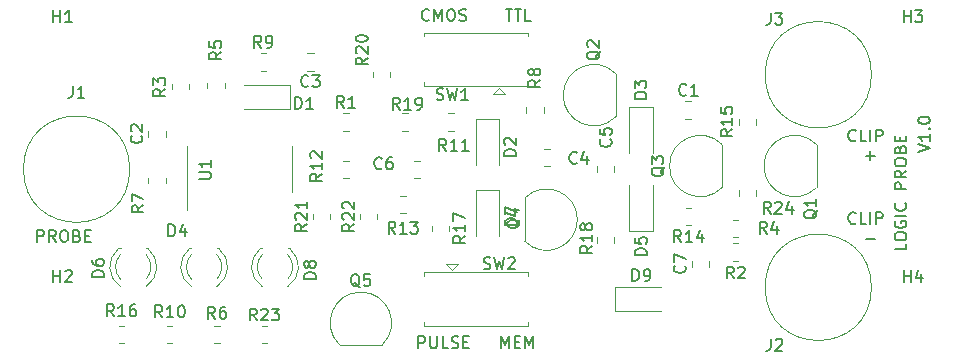
<source format=gbr>
%TF.GenerationSoftware,KiCad,Pcbnew,(6.99.0-143-g3f711b8958)*%
%TF.CreationDate,2021-12-29T15:34:20+01:00*%
%TF.ProjectId,Logic_Probe,4c6f6769-635f-4507-926f-62652e6b6963,rev?*%
%TF.SameCoordinates,Original*%
%TF.FileFunction,Legend,Top*%
%TF.FilePolarity,Positive*%
%FSLAX46Y46*%
G04 Gerber Fmt 4.6, Leading zero omitted, Abs format (unit mm)*
G04 Created by KiCad (PCBNEW (6.99.0-143-g3f711b8958)) date 2021-12-29 15:34:20*
%MOMM*%
%LPD*%
G01*
G04 APERTURE LIST*
%ADD10C,0.150000*%
%ADD11C,0.120000*%
G04 APERTURE END LIST*
D10*
X205142857Y-95154880D02*
X205142857Y-94154880D01*
X205523809Y-94154880D01*
X205619047Y-94202500D01*
X205666666Y-94250119D01*
X205714285Y-94345357D01*
X205714285Y-94488214D01*
X205666666Y-94583452D01*
X205619047Y-94631071D01*
X205523809Y-94678690D01*
X205142857Y-94678690D01*
X206142857Y-94154880D02*
X206142857Y-94964404D01*
X206190476Y-95059642D01*
X206238095Y-95107261D01*
X206333333Y-95154880D01*
X206523809Y-95154880D01*
X206619047Y-95107261D01*
X206666666Y-95059642D01*
X206714285Y-94964404D01*
X206714285Y-94154880D01*
X207666666Y-95154880D02*
X207190476Y-95154880D01*
X207190476Y-94154880D01*
X207952380Y-95107261D02*
X208095238Y-95154880D01*
X208333333Y-95154880D01*
X208428571Y-95107261D01*
X208476190Y-95059642D01*
X208523809Y-94964404D01*
X208523809Y-94869166D01*
X208476190Y-94773928D01*
X208428571Y-94726309D01*
X208333333Y-94678690D01*
X208142857Y-94631071D01*
X208047619Y-94583452D01*
X208000000Y-94535833D01*
X207952380Y-94440595D01*
X207952380Y-94345357D01*
X208000000Y-94250119D01*
X208047619Y-94202500D01*
X208142857Y-94154880D01*
X208380952Y-94154880D01*
X208523809Y-94202500D01*
X208952380Y-94631071D02*
X209285714Y-94631071D01*
X209428571Y-95154880D02*
X208952380Y-95154880D01*
X208952380Y-94154880D01*
X209428571Y-94154880D01*
X212142857Y-95154880D02*
X212142857Y-94154880D01*
X212476190Y-94869166D01*
X212809523Y-94154880D01*
X212809523Y-95154880D01*
X213285714Y-94631071D02*
X213619047Y-94631071D01*
X213761904Y-95154880D02*
X213285714Y-95154880D01*
X213285714Y-94154880D01*
X213761904Y-94154880D01*
X214190476Y-95154880D02*
X214190476Y-94154880D01*
X214523809Y-94869166D01*
X214857142Y-94154880D01*
X214857142Y-95154880D01*
X206047619Y-67357142D02*
X206000000Y-67404761D01*
X205857142Y-67452380D01*
X205761904Y-67452380D01*
X205619047Y-67404761D01*
X205523809Y-67309523D01*
X205476190Y-67214285D01*
X205428571Y-67023809D01*
X205428571Y-66880952D01*
X205476190Y-66690476D01*
X205523809Y-66595238D01*
X205619047Y-66500000D01*
X205761904Y-66452380D01*
X205857142Y-66452380D01*
X206000000Y-66500000D01*
X206047619Y-66547619D01*
X206476190Y-67452380D02*
X206476190Y-66452380D01*
X206809523Y-67166666D01*
X207142857Y-66452380D01*
X207142857Y-67452380D01*
X207809523Y-66452380D02*
X208000000Y-66452380D01*
X208095238Y-66500000D01*
X208190476Y-66595238D01*
X208238095Y-66785714D01*
X208238095Y-67119047D01*
X208190476Y-67309523D01*
X208095238Y-67404761D01*
X208000000Y-67452380D01*
X207809523Y-67452380D01*
X207714285Y-67404761D01*
X207619047Y-67309523D01*
X207571428Y-67119047D01*
X207571428Y-66785714D01*
X207619047Y-66595238D01*
X207714285Y-66500000D01*
X207809523Y-66452380D01*
X208619047Y-67404761D02*
X208761904Y-67452380D01*
X209000000Y-67452380D01*
X209095238Y-67404761D01*
X209142857Y-67357142D01*
X209190476Y-67261904D01*
X209190476Y-67166666D01*
X209142857Y-67071428D01*
X209095238Y-67023809D01*
X209000000Y-66976190D01*
X208809523Y-66928571D01*
X208714285Y-66880952D01*
X208666666Y-66833333D01*
X208619047Y-66738095D01*
X208619047Y-66642857D01*
X208666666Y-66547619D01*
X208714285Y-66500000D01*
X208809523Y-66452380D01*
X209047619Y-66452380D01*
X209190476Y-66500000D01*
X212523809Y-66452380D02*
X213095238Y-66452380D01*
X212809523Y-67452380D02*
X212809523Y-66452380D01*
X213285714Y-66452380D02*
X213857142Y-66452380D01*
X213571428Y-67452380D02*
X213571428Y-66452380D01*
X214666666Y-67452380D02*
X214190476Y-67452380D01*
X214190476Y-66452380D01*
X242166666Y-84552142D02*
X242119047Y-84599761D01*
X241976190Y-84647380D01*
X241880952Y-84647380D01*
X241738095Y-84599761D01*
X241642857Y-84504523D01*
X241595238Y-84409285D01*
X241547619Y-84218809D01*
X241547619Y-84075952D01*
X241595238Y-83885476D01*
X241642857Y-83790238D01*
X241738095Y-83695000D01*
X241880952Y-83647380D01*
X241976190Y-83647380D01*
X242119047Y-83695000D01*
X242166666Y-83742619D01*
X243071428Y-84647380D02*
X242595238Y-84647380D01*
X242595238Y-83647380D01*
X243404761Y-84647380D02*
X243404761Y-83647380D01*
X243880952Y-84647380D02*
X243880952Y-83647380D01*
X244261904Y-83647380D01*
X244357142Y-83695000D01*
X244404761Y-83742619D01*
X244452380Y-83837857D01*
X244452380Y-83980714D01*
X244404761Y-84075952D01*
X244357142Y-84123571D01*
X244261904Y-84171190D01*
X243880952Y-84171190D01*
X243000000Y-85876428D02*
X243761904Y-85876428D01*
X242166666Y-77552142D02*
X242119047Y-77599761D01*
X241976190Y-77647380D01*
X241880952Y-77647380D01*
X241738095Y-77599761D01*
X241642857Y-77504523D01*
X241595238Y-77409285D01*
X241547619Y-77218809D01*
X241547619Y-77075952D01*
X241595238Y-76885476D01*
X241642857Y-76790238D01*
X241738095Y-76695000D01*
X241880952Y-76647380D01*
X241976190Y-76647380D01*
X242119047Y-76695000D01*
X242166666Y-76742619D01*
X243071428Y-77647380D02*
X242595238Y-77647380D01*
X242595238Y-76647380D01*
X243404761Y-77647380D02*
X243404761Y-76647380D01*
X243880952Y-77647380D02*
X243880952Y-76647380D01*
X244261904Y-76647380D01*
X244357142Y-76695000D01*
X244404761Y-76742619D01*
X244452380Y-76837857D01*
X244452380Y-76980714D01*
X244404761Y-77075952D01*
X244357142Y-77123571D01*
X244261904Y-77171190D01*
X243880952Y-77171190D01*
X243000000Y-78876428D02*
X243761904Y-78876428D01*
X243380952Y-79257380D02*
X243380952Y-78495476D01*
X172861904Y-86152380D02*
X172861904Y-85152380D01*
X173242857Y-85152380D01*
X173338095Y-85200000D01*
X173385714Y-85247619D01*
X173433333Y-85342857D01*
X173433333Y-85485714D01*
X173385714Y-85580952D01*
X173338095Y-85628571D01*
X173242857Y-85676190D01*
X172861904Y-85676190D01*
X174433333Y-86152380D02*
X174100000Y-85676190D01*
X173861904Y-86152380D02*
X173861904Y-85152380D01*
X174242857Y-85152380D01*
X174338095Y-85200000D01*
X174385714Y-85247619D01*
X174433333Y-85342857D01*
X174433333Y-85485714D01*
X174385714Y-85580952D01*
X174338095Y-85628571D01*
X174242857Y-85676190D01*
X173861904Y-85676190D01*
X175052380Y-85152380D02*
X175242857Y-85152380D01*
X175338095Y-85200000D01*
X175433333Y-85295238D01*
X175480952Y-85485714D01*
X175480952Y-85819047D01*
X175433333Y-86009523D01*
X175338095Y-86104761D01*
X175242857Y-86152380D01*
X175052380Y-86152380D01*
X174957142Y-86104761D01*
X174861904Y-86009523D01*
X174814285Y-85819047D01*
X174814285Y-85485714D01*
X174861904Y-85295238D01*
X174957142Y-85200000D01*
X175052380Y-85152380D01*
X176242857Y-85628571D02*
X176385714Y-85676190D01*
X176433333Y-85723809D01*
X176480952Y-85819047D01*
X176480952Y-85961904D01*
X176433333Y-86057142D01*
X176385714Y-86104761D01*
X176290476Y-86152380D01*
X175909523Y-86152380D01*
X175909523Y-85152380D01*
X176242857Y-85152380D01*
X176338095Y-85200000D01*
X176385714Y-85247619D01*
X176433333Y-85342857D01*
X176433333Y-85438095D01*
X176385714Y-85533333D01*
X176338095Y-85580952D01*
X176242857Y-85628571D01*
X175909523Y-85628571D01*
X176909523Y-85628571D02*
X177242857Y-85628571D01*
X177385714Y-86152380D02*
X176909523Y-86152380D01*
X176909523Y-85152380D01*
X177385714Y-85152380D01*
X247452380Y-78523809D02*
X248452380Y-78190476D01*
X247452380Y-77857142D01*
X248452380Y-77000000D02*
X248452380Y-77571428D01*
X248452380Y-77285714D02*
X247452380Y-77285714D01*
X247595238Y-77380952D01*
X247690476Y-77476190D01*
X247738095Y-77571428D01*
X248357142Y-76571428D02*
X248404761Y-76523809D01*
X248452380Y-76571428D01*
X248404761Y-76619047D01*
X248357142Y-76571428D01*
X248452380Y-76571428D01*
X247452380Y-75904761D02*
X247452380Y-75809523D01*
X247500000Y-75714285D01*
X247547619Y-75666666D01*
X247642857Y-75619047D01*
X247833333Y-75571428D01*
X248071428Y-75571428D01*
X248261904Y-75619047D01*
X248357142Y-75666666D01*
X248404761Y-75714285D01*
X248452380Y-75809523D01*
X248452380Y-75904761D01*
X248404761Y-76000000D01*
X248357142Y-76047619D01*
X248261904Y-76095238D01*
X248071428Y-76142857D01*
X247833333Y-76142857D01*
X247642857Y-76095238D01*
X247547619Y-76047619D01*
X247500000Y-76000000D01*
X247452380Y-75904761D01*
X246452380Y-86309523D02*
X246452380Y-86785714D01*
X245452380Y-86785714D01*
X245452380Y-85785714D02*
X245452380Y-85595238D01*
X245500000Y-85500000D01*
X245595238Y-85404761D01*
X245785714Y-85357142D01*
X246119047Y-85357142D01*
X246309523Y-85404761D01*
X246404761Y-85500000D01*
X246452380Y-85595238D01*
X246452380Y-85785714D01*
X246404761Y-85880952D01*
X246309523Y-85976190D01*
X246119047Y-86023809D01*
X245785714Y-86023809D01*
X245595238Y-85976190D01*
X245500000Y-85880952D01*
X245452380Y-85785714D01*
X245500000Y-84404761D02*
X245452380Y-84500000D01*
X245452380Y-84642857D01*
X245500000Y-84785714D01*
X245595238Y-84880952D01*
X245690476Y-84928571D01*
X245880952Y-84976190D01*
X246023809Y-84976190D01*
X246214285Y-84928571D01*
X246309523Y-84880952D01*
X246404761Y-84785714D01*
X246452380Y-84642857D01*
X246452380Y-84547619D01*
X246404761Y-84404761D01*
X246357142Y-84357142D01*
X246023809Y-84357142D01*
X246023809Y-84547619D01*
X246452380Y-83928571D02*
X245452380Y-83928571D01*
X246357142Y-82880952D02*
X246404761Y-82928571D01*
X246452380Y-83071428D01*
X246452380Y-83166666D01*
X246404761Y-83309523D01*
X246309523Y-83404761D01*
X246214285Y-83452380D01*
X246023809Y-83500000D01*
X245880952Y-83500000D01*
X245690476Y-83452380D01*
X245595238Y-83404761D01*
X245500000Y-83309523D01*
X245452380Y-83166666D01*
X245452380Y-83071428D01*
X245500000Y-82928571D01*
X245547619Y-82880952D01*
X246452380Y-81690476D02*
X245452380Y-81690476D01*
X245452380Y-81309523D01*
X245500000Y-81214285D01*
X245547619Y-81166666D01*
X245642857Y-81119047D01*
X245785714Y-81119047D01*
X245880952Y-81166666D01*
X245928571Y-81214285D01*
X245976190Y-81309523D01*
X245976190Y-81690476D01*
X246452380Y-80119047D02*
X245976190Y-80452380D01*
X246452380Y-80690476D02*
X245452380Y-80690476D01*
X245452380Y-80309523D01*
X245500000Y-80214285D01*
X245547619Y-80166666D01*
X245642857Y-80119047D01*
X245785714Y-80119047D01*
X245880952Y-80166666D01*
X245928571Y-80214285D01*
X245976190Y-80309523D01*
X245976190Y-80690476D01*
X245452380Y-79500000D02*
X245452380Y-79309523D01*
X245500000Y-79214285D01*
X245595238Y-79119047D01*
X245785714Y-79071428D01*
X246119047Y-79071428D01*
X246309523Y-79119047D01*
X246404761Y-79214285D01*
X246452380Y-79309523D01*
X246452380Y-79500000D01*
X246404761Y-79595238D01*
X246309523Y-79690476D01*
X246119047Y-79738095D01*
X245785714Y-79738095D01*
X245595238Y-79690476D01*
X245500000Y-79595238D01*
X245452380Y-79500000D01*
X245928571Y-78309523D02*
X245976190Y-78166666D01*
X246023809Y-78119047D01*
X246119047Y-78071428D01*
X246261904Y-78071428D01*
X246357142Y-78119047D01*
X246404761Y-78166666D01*
X246452380Y-78261904D01*
X246452380Y-78642857D01*
X245452380Y-78642857D01*
X245452380Y-78309523D01*
X245500000Y-78214285D01*
X245547619Y-78166666D01*
X245642857Y-78119047D01*
X245738095Y-78119047D01*
X245833333Y-78166666D01*
X245880952Y-78214285D01*
X245928571Y-78309523D01*
X245928571Y-78642857D01*
X245928571Y-77642857D02*
X245928571Y-77309523D01*
X246452380Y-77166666D02*
X246452380Y-77642857D01*
X245452380Y-77642857D01*
X245452380Y-77166666D01*
%TO.C,H3*%
X246238095Y-67552380D02*
X246238095Y-66552380D01*
X246238095Y-67028571D02*
X246809523Y-67028571D01*
X246809523Y-67552380D02*
X246809523Y-66552380D01*
X247190476Y-66552380D02*
X247809523Y-66552380D01*
X247476190Y-66933333D01*
X247619047Y-66933333D01*
X247714285Y-66980952D01*
X247761904Y-67028571D01*
X247809523Y-67123809D01*
X247809523Y-67361904D01*
X247761904Y-67457142D01*
X247714285Y-67504761D01*
X247619047Y-67552380D01*
X247333333Y-67552380D01*
X247238095Y-67504761D01*
X247190476Y-67457142D01*
%TO.C,J3*%
X234966666Y-66752380D02*
X234966666Y-67466666D01*
X234919047Y-67609523D01*
X234823809Y-67704761D01*
X234680952Y-67752380D01*
X234585714Y-67752380D01*
X235347619Y-66752380D02*
X235966666Y-66752380D01*
X235633333Y-67133333D01*
X235776190Y-67133333D01*
X235871428Y-67180952D01*
X235919047Y-67228571D01*
X235966666Y-67323809D01*
X235966666Y-67561904D01*
X235919047Y-67657142D01*
X235871428Y-67704761D01*
X235776190Y-67752380D01*
X235490476Y-67752380D01*
X235395238Y-67704761D01*
X235347619Y-67657142D01*
%TO.C,D1*%
X194711904Y-74902380D02*
X194711904Y-73902380D01*
X194950000Y-73902380D01*
X195092857Y-73950000D01*
X195188095Y-74045238D01*
X195235714Y-74140476D01*
X195283333Y-74330952D01*
X195283333Y-74473809D01*
X195235714Y-74664285D01*
X195188095Y-74759523D01*
X195092857Y-74854761D01*
X194950000Y-74902380D01*
X194711904Y-74902380D01*
X196235714Y-74902380D02*
X195664285Y-74902380D01*
X195950000Y-74902380D02*
X195950000Y-73902380D01*
X195854761Y-74045238D01*
X195759523Y-74140476D01*
X195664285Y-74188095D01*
%TO.C,H4*%
X246238095Y-89552380D02*
X246238095Y-88552380D01*
X246238095Y-89028571D02*
X246809523Y-89028571D01*
X246809523Y-89552380D02*
X246809523Y-88552380D01*
X247714285Y-88885714D02*
X247714285Y-89552380D01*
X247476190Y-88504761D02*
X247238095Y-89219047D01*
X247857142Y-89219047D01*
%TO.C,R19*%
X203557142Y-74952380D02*
X203223809Y-74476190D01*
X202985714Y-74952380D02*
X202985714Y-73952380D01*
X203366666Y-73952380D01*
X203461904Y-74000000D01*
X203509523Y-74047619D01*
X203557142Y-74142857D01*
X203557142Y-74285714D01*
X203509523Y-74380952D01*
X203461904Y-74428571D01*
X203366666Y-74476190D01*
X202985714Y-74476190D01*
X204509523Y-74952380D02*
X203938095Y-74952380D01*
X204223809Y-74952380D02*
X204223809Y-73952380D01*
X204128571Y-74095238D01*
X204033333Y-74190476D01*
X203938095Y-74238095D01*
X204985714Y-74952380D02*
X205176190Y-74952380D01*
X205271428Y-74904761D01*
X205319047Y-74857142D01*
X205414285Y-74714285D01*
X205461904Y-74523809D01*
X205461904Y-74142857D01*
X205414285Y-74047619D01*
X205366666Y-74000000D01*
X205271428Y-73952380D01*
X205080952Y-73952380D01*
X204985714Y-74000000D01*
X204938095Y-74047619D01*
X204890476Y-74142857D01*
X204890476Y-74380952D01*
X204938095Y-74476190D01*
X204985714Y-74523809D01*
X205080952Y-74571428D01*
X205271428Y-74571428D01*
X205366666Y-74523809D01*
X205414285Y-74476190D01*
X205461904Y-74380952D01*
%TO.C,R10*%
X183444642Y-92539880D02*
X183111309Y-92063690D01*
X182873214Y-92539880D02*
X182873214Y-91539880D01*
X183254166Y-91539880D01*
X183349404Y-91587500D01*
X183397023Y-91635119D01*
X183444642Y-91730357D01*
X183444642Y-91873214D01*
X183397023Y-91968452D01*
X183349404Y-92016071D01*
X183254166Y-92063690D01*
X182873214Y-92063690D01*
X184397023Y-92539880D02*
X183825595Y-92539880D01*
X184111309Y-92539880D02*
X184111309Y-91539880D01*
X184016071Y-91682738D01*
X183920833Y-91777976D01*
X183825595Y-91825595D01*
X185016071Y-91539880D02*
X185111309Y-91539880D01*
X185206547Y-91587500D01*
X185254166Y-91635119D01*
X185301785Y-91730357D01*
X185349404Y-91920833D01*
X185349404Y-92158928D01*
X185301785Y-92349404D01*
X185254166Y-92444642D01*
X185206547Y-92492261D01*
X185111309Y-92539880D01*
X185016071Y-92539880D01*
X184920833Y-92492261D01*
X184873214Y-92444642D01*
X184825595Y-92349404D01*
X184777976Y-92158928D01*
X184777976Y-91920833D01*
X184825595Y-91730357D01*
X184873214Y-91635119D01*
X184920833Y-91587500D01*
X185016071Y-91539880D01*
%TO.C,Q5*%
X200174761Y-89987619D02*
X200079523Y-89940000D01*
X199984285Y-89844761D01*
X199841428Y-89701904D01*
X199746190Y-89654285D01*
X199650952Y-89654285D01*
X199698571Y-89892380D02*
X199603333Y-89844761D01*
X199508095Y-89749523D01*
X199460476Y-89559047D01*
X199460476Y-89225714D01*
X199508095Y-89035238D01*
X199603333Y-88940000D01*
X199698571Y-88892380D01*
X199889047Y-88892380D01*
X199984285Y-88940000D01*
X200079523Y-89035238D01*
X200127142Y-89225714D01*
X200127142Y-89559047D01*
X200079523Y-89749523D01*
X199984285Y-89844761D01*
X199889047Y-89892380D01*
X199698571Y-89892380D01*
X201031904Y-88892380D02*
X200555714Y-88892380D01*
X200508095Y-89368571D01*
X200555714Y-89320952D01*
X200650952Y-89273333D01*
X200889047Y-89273333D01*
X200984285Y-89320952D01*
X201031904Y-89368571D01*
X201079523Y-89463809D01*
X201079523Y-89701904D01*
X201031904Y-89797142D01*
X200984285Y-89844761D01*
X200889047Y-89892380D01*
X200650952Y-89892380D01*
X200555714Y-89844761D01*
X200508095Y-89797142D01*
%TO.C,C5*%
X221397142Y-77476666D02*
X221444761Y-77524285D01*
X221492380Y-77667142D01*
X221492380Y-77762380D01*
X221444761Y-77905238D01*
X221349523Y-78000476D01*
X221254285Y-78048095D01*
X221063809Y-78095714D01*
X220920952Y-78095714D01*
X220730476Y-78048095D01*
X220635238Y-78000476D01*
X220540000Y-77905238D01*
X220492380Y-77762380D01*
X220492380Y-77667142D01*
X220540000Y-77524285D01*
X220587619Y-77476666D01*
X220492380Y-76571904D02*
X220492380Y-77048095D01*
X220968571Y-77095714D01*
X220920952Y-77048095D01*
X220873333Y-76952857D01*
X220873333Y-76714761D01*
X220920952Y-76619523D01*
X220968571Y-76571904D01*
X221063809Y-76524285D01*
X221301904Y-76524285D01*
X221397142Y-76571904D01*
X221444761Y-76619523D01*
X221492380Y-76714761D01*
X221492380Y-76952857D01*
X221444761Y-77048095D01*
X221397142Y-77095714D01*
%TO.C,D5*%
X224472380Y-87268095D02*
X223472380Y-87268095D01*
X223472380Y-87030000D01*
X223520000Y-86887142D01*
X223615238Y-86791904D01*
X223710476Y-86744285D01*
X223900952Y-86696666D01*
X224043809Y-86696666D01*
X224234285Y-86744285D01*
X224329523Y-86791904D01*
X224424761Y-86887142D01*
X224472380Y-87030000D01*
X224472380Y-87268095D01*
X223472380Y-85791904D02*
X223472380Y-86268095D01*
X223948571Y-86315714D01*
X223900952Y-86268095D01*
X223853333Y-86172857D01*
X223853333Y-85934761D01*
X223900952Y-85839523D01*
X223948571Y-85791904D01*
X224043809Y-85744285D01*
X224281904Y-85744285D01*
X224377142Y-85791904D01*
X224424761Y-85839523D01*
X224472380Y-85934761D01*
X224472380Y-86172857D01*
X224424761Y-86268095D01*
X224377142Y-86315714D01*
%TO.C,R7*%
X181852380Y-83066666D02*
X181376190Y-83400000D01*
X181852380Y-83638095D02*
X180852380Y-83638095D01*
X180852380Y-83257142D01*
X180900000Y-83161904D01*
X180947619Y-83114285D01*
X181042857Y-83066666D01*
X181185714Y-83066666D01*
X181280952Y-83114285D01*
X181328571Y-83161904D01*
X181376190Y-83257142D01*
X181376190Y-83638095D01*
X180852380Y-82733333D02*
X180852380Y-82066666D01*
X181852380Y-82495238D01*
%TO.C,Q1*%
X238897619Y-83445238D02*
X238850000Y-83540476D01*
X238754761Y-83635714D01*
X238611904Y-83778571D01*
X238564285Y-83873809D01*
X238564285Y-83969047D01*
X238802380Y-83921428D02*
X238754761Y-84016666D01*
X238659523Y-84111904D01*
X238469047Y-84159523D01*
X238135714Y-84159523D01*
X237945238Y-84111904D01*
X237850000Y-84016666D01*
X237802380Y-83921428D01*
X237802380Y-83730952D01*
X237850000Y-83635714D01*
X237945238Y-83540476D01*
X238135714Y-83492857D01*
X238469047Y-83492857D01*
X238659523Y-83540476D01*
X238754761Y-83635714D01*
X238802380Y-83730952D01*
X238802380Y-83921428D01*
X238802380Y-82540476D02*
X238802380Y-83111904D01*
X238802380Y-82826190D02*
X237802380Y-82826190D01*
X237945238Y-82921428D01*
X238040476Y-83016666D01*
X238088095Y-83111904D01*
%TO.C,H1*%
X174238095Y-67552380D02*
X174238095Y-66552380D01*
X174238095Y-67028571D02*
X174809523Y-67028571D01*
X174809523Y-67552380D02*
X174809523Y-66552380D01*
X175809523Y-67552380D02*
X175238095Y-67552380D01*
X175523809Y-67552380D02*
X175523809Y-66552380D01*
X175428571Y-66695238D01*
X175333333Y-66790476D01*
X175238095Y-66838095D01*
%TO.C,C6*%
X202033333Y-79907142D02*
X201985714Y-79954761D01*
X201842857Y-80002380D01*
X201747619Y-80002380D01*
X201604761Y-79954761D01*
X201509523Y-79859523D01*
X201461904Y-79764285D01*
X201414285Y-79573809D01*
X201414285Y-79430952D01*
X201461904Y-79240476D01*
X201509523Y-79145238D01*
X201604761Y-79050000D01*
X201747619Y-79002380D01*
X201842857Y-79002380D01*
X201985714Y-79050000D01*
X202033333Y-79097619D01*
X202890476Y-79002380D02*
X202700000Y-79002380D01*
X202604761Y-79050000D01*
X202557142Y-79097619D01*
X202461904Y-79240476D01*
X202414285Y-79430952D01*
X202414285Y-79811904D01*
X202461904Y-79907142D01*
X202509523Y-79954761D01*
X202604761Y-80002380D01*
X202795238Y-80002380D01*
X202890476Y-79954761D01*
X202938095Y-79907142D01*
X202985714Y-79811904D01*
X202985714Y-79573809D01*
X202938095Y-79478571D01*
X202890476Y-79430952D01*
X202795238Y-79383333D01*
X202604761Y-79383333D01*
X202509523Y-79430952D01*
X202461904Y-79478571D01*
X202414285Y-79573809D01*
%TO.C,R24*%
X234957142Y-83752380D02*
X234623809Y-83276190D01*
X234385714Y-83752380D02*
X234385714Y-82752380D01*
X234766666Y-82752380D01*
X234861904Y-82800000D01*
X234909523Y-82847619D01*
X234957142Y-82942857D01*
X234957142Y-83085714D01*
X234909523Y-83180952D01*
X234861904Y-83228571D01*
X234766666Y-83276190D01*
X234385714Y-83276190D01*
X235338095Y-82847619D02*
X235385714Y-82800000D01*
X235480952Y-82752380D01*
X235719047Y-82752380D01*
X235814285Y-82800000D01*
X235861904Y-82847619D01*
X235909523Y-82942857D01*
X235909523Y-83038095D01*
X235861904Y-83180952D01*
X235290476Y-83752380D01*
X235909523Y-83752380D01*
X236766666Y-83085714D02*
X236766666Y-83752380D01*
X236528571Y-82704761D02*
X236290476Y-83419047D01*
X236909523Y-83419047D01*
%TO.C,R17*%
X209102380Y-85642857D02*
X208626190Y-85976190D01*
X209102380Y-86214285D02*
X208102380Y-86214285D01*
X208102380Y-85833333D01*
X208150000Y-85738095D01*
X208197619Y-85690476D01*
X208292857Y-85642857D01*
X208435714Y-85642857D01*
X208530952Y-85690476D01*
X208578571Y-85738095D01*
X208626190Y-85833333D01*
X208626190Y-86214285D01*
X209102380Y-84690476D02*
X209102380Y-85261904D01*
X209102380Y-84976190D02*
X208102380Y-84976190D01*
X208245238Y-85071428D01*
X208340476Y-85166666D01*
X208388095Y-85261904D01*
X208102380Y-84357142D02*
X208102380Y-83690476D01*
X209102380Y-84119047D01*
%TO.C,R18*%
X219852380Y-86492857D02*
X219376190Y-86826190D01*
X219852380Y-87064285D02*
X218852380Y-87064285D01*
X218852380Y-86683333D01*
X218900000Y-86588095D01*
X218947619Y-86540476D01*
X219042857Y-86492857D01*
X219185714Y-86492857D01*
X219280952Y-86540476D01*
X219328571Y-86588095D01*
X219376190Y-86683333D01*
X219376190Y-87064285D01*
X219852380Y-85540476D02*
X219852380Y-86111904D01*
X219852380Y-85826190D02*
X218852380Y-85826190D01*
X218995238Y-85921428D01*
X219090476Y-86016666D01*
X219138095Y-86111904D01*
X219280952Y-84969047D02*
X219233333Y-85064285D01*
X219185714Y-85111904D01*
X219090476Y-85159523D01*
X219042857Y-85159523D01*
X218947619Y-85111904D01*
X218900000Y-85064285D01*
X218852380Y-84969047D01*
X218852380Y-84778571D01*
X218900000Y-84683333D01*
X218947619Y-84635714D01*
X219042857Y-84588095D01*
X219090476Y-84588095D01*
X219185714Y-84635714D01*
X219233333Y-84683333D01*
X219280952Y-84778571D01*
X219280952Y-84969047D01*
X219328571Y-85064285D01*
X219376190Y-85111904D01*
X219471428Y-85159523D01*
X219661904Y-85159523D01*
X219757142Y-85111904D01*
X219804761Y-85064285D01*
X219852380Y-84969047D01*
X219852380Y-84778571D01*
X219804761Y-84683333D01*
X219757142Y-84635714D01*
X219661904Y-84588095D01*
X219471428Y-84588095D01*
X219376190Y-84635714D01*
X219328571Y-84683333D01*
X219280952Y-84778571D01*
%TO.C,R8*%
X215462380Y-72446666D02*
X214986190Y-72780000D01*
X215462380Y-73018095D02*
X214462380Y-73018095D01*
X214462380Y-72637142D01*
X214510000Y-72541904D01*
X214557619Y-72494285D01*
X214652857Y-72446666D01*
X214795714Y-72446666D01*
X214890952Y-72494285D01*
X214938571Y-72541904D01*
X214986190Y-72637142D01*
X214986190Y-73018095D01*
X214890952Y-71875238D02*
X214843333Y-71970476D01*
X214795714Y-72018095D01*
X214700476Y-72065714D01*
X214652857Y-72065714D01*
X214557619Y-72018095D01*
X214510000Y-71970476D01*
X214462380Y-71875238D01*
X214462380Y-71684761D01*
X214510000Y-71589523D01*
X214557619Y-71541904D01*
X214652857Y-71494285D01*
X214700476Y-71494285D01*
X214795714Y-71541904D01*
X214843333Y-71589523D01*
X214890952Y-71684761D01*
X214890952Y-71875238D01*
X214938571Y-71970476D01*
X214986190Y-72018095D01*
X215081428Y-72065714D01*
X215271904Y-72065714D01*
X215367142Y-72018095D01*
X215414761Y-71970476D01*
X215462380Y-71875238D01*
X215462380Y-71684761D01*
X215414761Y-71589523D01*
X215367142Y-71541904D01*
X215271904Y-71494285D01*
X215081428Y-71494285D01*
X214986190Y-71541904D01*
X214938571Y-71589523D01*
X214890952Y-71684761D01*
%TO.C,R20*%
X200832380Y-70552857D02*
X200356190Y-70886190D01*
X200832380Y-71124285D02*
X199832380Y-71124285D01*
X199832380Y-70743333D01*
X199880000Y-70648095D01*
X199927619Y-70600476D01*
X200022857Y-70552857D01*
X200165714Y-70552857D01*
X200260952Y-70600476D01*
X200308571Y-70648095D01*
X200356190Y-70743333D01*
X200356190Y-71124285D01*
X199927619Y-70171904D02*
X199880000Y-70124285D01*
X199832380Y-70029047D01*
X199832380Y-69790952D01*
X199880000Y-69695714D01*
X199927619Y-69648095D01*
X200022857Y-69600476D01*
X200118095Y-69600476D01*
X200260952Y-69648095D01*
X200832380Y-70219523D01*
X200832380Y-69600476D01*
X199832380Y-68981428D02*
X199832380Y-68886190D01*
X199880000Y-68790952D01*
X199927619Y-68743333D01*
X200022857Y-68695714D01*
X200213333Y-68648095D01*
X200451428Y-68648095D01*
X200641904Y-68695714D01*
X200737142Y-68743333D01*
X200784761Y-68790952D01*
X200832380Y-68886190D01*
X200832380Y-68981428D01*
X200784761Y-69076666D01*
X200737142Y-69124285D01*
X200641904Y-69171904D01*
X200451428Y-69219523D01*
X200213333Y-69219523D01*
X200022857Y-69171904D01*
X199927619Y-69124285D01*
X199880000Y-69076666D01*
X199832380Y-68981428D01*
%TO.C,C7*%
X227677142Y-88166666D02*
X227724761Y-88214285D01*
X227772380Y-88357142D01*
X227772380Y-88452380D01*
X227724761Y-88595238D01*
X227629523Y-88690476D01*
X227534285Y-88738095D01*
X227343809Y-88785714D01*
X227200952Y-88785714D01*
X227010476Y-88738095D01*
X226915238Y-88690476D01*
X226820000Y-88595238D01*
X226772380Y-88452380D01*
X226772380Y-88357142D01*
X226820000Y-88214285D01*
X226867619Y-88166666D01*
X226772380Y-87833333D02*
X226772380Y-87166666D01*
X227772380Y-87595238D01*
%TO.C,SW2*%
X210656666Y-88414761D02*
X210799523Y-88462380D01*
X211037619Y-88462380D01*
X211132857Y-88414761D01*
X211180476Y-88367142D01*
X211228095Y-88271904D01*
X211228095Y-88176666D01*
X211180476Y-88081428D01*
X211132857Y-88033809D01*
X211037619Y-87986190D01*
X210847142Y-87938571D01*
X210751904Y-87890952D01*
X210704285Y-87843333D01*
X210656666Y-87748095D01*
X210656666Y-87652857D01*
X210704285Y-87557619D01*
X210751904Y-87510000D01*
X210847142Y-87462380D01*
X211085238Y-87462380D01*
X211228095Y-87510000D01*
X211561428Y-87462380D02*
X211799523Y-88462380D01*
X211990000Y-87748095D01*
X212180476Y-88462380D01*
X212418571Y-87462380D01*
X212751904Y-87557619D02*
X212799523Y-87510000D01*
X212894761Y-87462380D01*
X213132857Y-87462380D01*
X213228095Y-87510000D01*
X213275714Y-87557619D01*
X213323333Y-87652857D01*
X213323333Y-87748095D01*
X213275714Y-87890952D01*
X212704285Y-88462380D01*
X213323333Y-88462380D01*
%TO.C,J1*%
X175866666Y-72952380D02*
X175866666Y-73666666D01*
X175819047Y-73809523D01*
X175723809Y-73904761D01*
X175580952Y-73952380D01*
X175485714Y-73952380D01*
X176866666Y-73952380D02*
X176295238Y-73952380D01*
X176580952Y-73952380D02*
X176580952Y-72952380D01*
X176485714Y-73095238D01*
X176390476Y-73190476D01*
X176295238Y-73238095D01*
%TO.C,C4*%
X218553333Y-79437142D02*
X218505714Y-79484761D01*
X218362857Y-79532380D01*
X218267619Y-79532380D01*
X218124761Y-79484761D01*
X218029523Y-79389523D01*
X217981904Y-79294285D01*
X217934285Y-79103809D01*
X217934285Y-78960952D01*
X217981904Y-78770476D01*
X218029523Y-78675238D01*
X218124761Y-78580000D01*
X218267619Y-78532380D01*
X218362857Y-78532380D01*
X218505714Y-78580000D01*
X218553333Y-78627619D01*
X219410476Y-78865714D02*
X219410476Y-79532380D01*
X219172380Y-78484761D02*
X218934285Y-79199047D01*
X219553333Y-79199047D01*
%TO.C,C1*%
X227833333Y-73677142D02*
X227785714Y-73724761D01*
X227642857Y-73772380D01*
X227547619Y-73772380D01*
X227404761Y-73724761D01*
X227309523Y-73629523D01*
X227261904Y-73534285D01*
X227214285Y-73343809D01*
X227214285Y-73200952D01*
X227261904Y-73010476D01*
X227309523Y-72915238D01*
X227404761Y-72820000D01*
X227547619Y-72772380D01*
X227642857Y-72772380D01*
X227785714Y-72820000D01*
X227833333Y-72867619D01*
X228785714Y-73772380D02*
X228214285Y-73772380D01*
X228500000Y-73772380D02*
X228500000Y-72772380D01*
X228404761Y-72915238D01*
X228309523Y-73010476D01*
X228214285Y-73058095D01*
%TO.C,R2*%
X231833333Y-89252380D02*
X231500000Y-88776190D01*
X231261904Y-89252380D02*
X231261904Y-88252380D01*
X231642857Y-88252380D01*
X231738095Y-88300000D01*
X231785714Y-88347619D01*
X231833333Y-88442857D01*
X231833333Y-88585714D01*
X231785714Y-88680952D01*
X231738095Y-88728571D01*
X231642857Y-88776190D01*
X231261904Y-88776190D01*
X232214285Y-88347619D02*
X232261904Y-88300000D01*
X232357142Y-88252380D01*
X232595238Y-88252380D01*
X232690476Y-88300000D01*
X232738095Y-88347619D01*
X232785714Y-88442857D01*
X232785714Y-88538095D01*
X232738095Y-88680952D01*
X232166666Y-89252380D01*
X232785714Y-89252380D01*
%TO.C,R4*%
X234633333Y-85452380D02*
X234300000Y-84976190D01*
X234061904Y-85452380D02*
X234061904Y-84452380D01*
X234442857Y-84452380D01*
X234538095Y-84500000D01*
X234585714Y-84547619D01*
X234633333Y-84642857D01*
X234633333Y-84785714D01*
X234585714Y-84880952D01*
X234538095Y-84928571D01*
X234442857Y-84976190D01*
X234061904Y-84976190D01*
X235490476Y-84785714D02*
X235490476Y-85452380D01*
X235252380Y-84404761D02*
X235014285Y-85119047D01*
X235633333Y-85119047D01*
%TO.C,R22*%
X199714880Y-84642857D02*
X199238690Y-84976190D01*
X199714880Y-85214285D02*
X198714880Y-85214285D01*
X198714880Y-84833333D01*
X198762500Y-84738095D01*
X198810119Y-84690476D01*
X198905357Y-84642857D01*
X199048214Y-84642857D01*
X199143452Y-84690476D01*
X199191071Y-84738095D01*
X199238690Y-84833333D01*
X199238690Y-85214285D01*
X198810119Y-84261904D02*
X198762500Y-84214285D01*
X198714880Y-84119047D01*
X198714880Y-83880952D01*
X198762500Y-83785714D01*
X198810119Y-83738095D01*
X198905357Y-83690476D01*
X199000595Y-83690476D01*
X199143452Y-83738095D01*
X199714880Y-84309523D01*
X199714880Y-83690476D01*
X198810119Y-83309523D02*
X198762500Y-83261904D01*
X198714880Y-83166666D01*
X198714880Y-82928571D01*
X198762500Y-82833333D01*
X198810119Y-82785714D01*
X198905357Y-82738095D01*
X199000595Y-82738095D01*
X199143452Y-82785714D01*
X199714880Y-83357142D01*
X199714880Y-82738095D01*
%TO.C,R11*%
X207496706Y-78452380D02*
X207163373Y-77976190D01*
X206925278Y-78452380D02*
X206925278Y-77452380D01*
X207306230Y-77452380D01*
X207401468Y-77500000D01*
X207449087Y-77547619D01*
X207496706Y-77642857D01*
X207496706Y-77785714D01*
X207449087Y-77880952D01*
X207401468Y-77928571D01*
X207306230Y-77976190D01*
X206925278Y-77976190D01*
X208449087Y-78452380D02*
X207877659Y-78452380D01*
X208163373Y-78452380D02*
X208163373Y-77452380D01*
X208068135Y-77595238D01*
X207972897Y-77690476D01*
X207877659Y-77738095D01*
X209401468Y-78452380D02*
X208830040Y-78452380D01*
X209115754Y-78452380D02*
X209115754Y-77452380D01*
X209020516Y-77595238D01*
X208925278Y-77690476D01*
X208830040Y-77738095D01*
%TO.C,Q4*%
X213737619Y-84265238D02*
X213690000Y-84360476D01*
X213594761Y-84455714D01*
X213451904Y-84598571D01*
X213404285Y-84693809D01*
X213404285Y-84789047D01*
X213642380Y-84741428D02*
X213594761Y-84836666D01*
X213499523Y-84931904D01*
X213309047Y-84979523D01*
X212975714Y-84979523D01*
X212785238Y-84931904D01*
X212690000Y-84836666D01*
X212642380Y-84741428D01*
X212642380Y-84550952D01*
X212690000Y-84455714D01*
X212785238Y-84360476D01*
X212975714Y-84312857D01*
X213309047Y-84312857D01*
X213499523Y-84360476D01*
X213594761Y-84455714D01*
X213642380Y-84550952D01*
X213642380Y-84741428D01*
X212975714Y-83455714D02*
X213642380Y-83455714D01*
X212594761Y-83693809D02*
X213309047Y-83931904D01*
X213309047Y-83312857D01*
%TO.C,H2*%
X174238095Y-89552380D02*
X174238095Y-88552380D01*
X174238095Y-89028571D02*
X174809523Y-89028571D01*
X174809523Y-89552380D02*
X174809523Y-88552380D01*
X175238095Y-88647619D02*
X175285714Y-88600000D01*
X175380952Y-88552380D01*
X175619047Y-88552380D01*
X175714285Y-88600000D01*
X175761904Y-88647619D01*
X175809523Y-88742857D01*
X175809523Y-88838095D01*
X175761904Y-88980952D01*
X175190476Y-89552380D01*
X175809523Y-89552380D01*
%TO.C,R3*%
X183702380Y-73216666D02*
X183226190Y-73550000D01*
X183702380Y-73788095D02*
X182702380Y-73788095D01*
X182702380Y-73407142D01*
X182750000Y-73311904D01*
X182797619Y-73264285D01*
X182892857Y-73216666D01*
X183035714Y-73216666D01*
X183130952Y-73264285D01*
X183178571Y-73311904D01*
X183226190Y-73407142D01*
X183226190Y-73788095D01*
X182702380Y-72883333D02*
X182702380Y-72264285D01*
X183083333Y-72597619D01*
X183083333Y-72454761D01*
X183130952Y-72359523D01*
X183178571Y-72311904D01*
X183273809Y-72264285D01*
X183511904Y-72264285D01*
X183607142Y-72311904D01*
X183654761Y-72359523D01*
X183702380Y-72454761D01*
X183702380Y-72740476D01*
X183654761Y-72835714D01*
X183607142Y-72883333D01*
%TO.C,SW1*%
X206676666Y-74097261D02*
X206819523Y-74144880D01*
X207057619Y-74144880D01*
X207152857Y-74097261D01*
X207200476Y-74049642D01*
X207248095Y-73954404D01*
X207248095Y-73859166D01*
X207200476Y-73763928D01*
X207152857Y-73716309D01*
X207057619Y-73668690D01*
X206867142Y-73621071D01*
X206771904Y-73573452D01*
X206724285Y-73525833D01*
X206676666Y-73430595D01*
X206676666Y-73335357D01*
X206724285Y-73240119D01*
X206771904Y-73192500D01*
X206867142Y-73144880D01*
X207105238Y-73144880D01*
X207248095Y-73192500D01*
X207581428Y-73144880D02*
X207819523Y-74144880D01*
X208010000Y-73430595D01*
X208200476Y-74144880D01*
X208438571Y-73144880D01*
X209343333Y-74144880D02*
X208771904Y-74144880D01*
X209057619Y-74144880D02*
X209057619Y-73144880D01*
X208962380Y-73287738D01*
X208867142Y-73382976D01*
X208771904Y-73430595D01*
%TO.C,R9*%
X191833333Y-69714880D02*
X191500000Y-69238690D01*
X191261904Y-69714880D02*
X191261904Y-68714880D01*
X191642857Y-68714880D01*
X191738095Y-68762500D01*
X191785714Y-68810119D01*
X191833333Y-68905357D01*
X191833333Y-69048214D01*
X191785714Y-69143452D01*
X191738095Y-69191071D01*
X191642857Y-69238690D01*
X191261904Y-69238690D01*
X192309523Y-69714880D02*
X192500000Y-69714880D01*
X192595238Y-69667261D01*
X192642857Y-69619642D01*
X192738095Y-69476785D01*
X192785714Y-69286309D01*
X192785714Y-68905357D01*
X192738095Y-68810119D01*
X192690476Y-68762500D01*
X192595238Y-68714880D01*
X192404761Y-68714880D01*
X192309523Y-68762500D01*
X192261904Y-68810119D01*
X192214285Y-68905357D01*
X192214285Y-69143452D01*
X192261904Y-69238690D01*
X192309523Y-69286309D01*
X192404761Y-69333928D01*
X192595238Y-69333928D01*
X192690476Y-69286309D01*
X192738095Y-69238690D01*
X192785714Y-69143452D01*
%TO.C,J2*%
X234966666Y-94352380D02*
X234966666Y-95066666D01*
X234919047Y-95209523D01*
X234823809Y-95304761D01*
X234680952Y-95352380D01*
X234585714Y-95352380D01*
X235395238Y-94447619D02*
X235442857Y-94400000D01*
X235538095Y-94352380D01*
X235776190Y-94352380D01*
X235871428Y-94400000D01*
X235919047Y-94447619D01*
X235966666Y-94542857D01*
X235966666Y-94638095D01*
X235919047Y-94780952D01*
X235347619Y-95352380D01*
X235966666Y-95352380D01*
%TO.C,D6*%
X178502380Y-89118095D02*
X177502380Y-89118095D01*
X177502380Y-88880000D01*
X177550000Y-88737142D01*
X177645238Y-88641904D01*
X177740476Y-88594285D01*
X177930952Y-88546666D01*
X178073809Y-88546666D01*
X178264285Y-88594285D01*
X178359523Y-88641904D01*
X178454761Y-88737142D01*
X178502380Y-88880000D01*
X178502380Y-89118095D01*
X177502380Y-87689523D02*
X177502380Y-87880000D01*
X177550000Y-87975238D01*
X177597619Y-88022857D01*
X177740476Y-88118095D01*
X177930952Y-88165714D01*
X178311904Y-88165714D01*
X178407142Y-88118095D01*
X178454761Y-88070476D01*
X178502380Y-87975238D01*
X178502380Y-87784761D01*
X178454761Y-87689523D01*
X178407142Y-87641904D01*
X178311904Y-87594285D01*
X178073809Y-87594285D01*
X177978571Y-87641904D01*
X177930952Y-87689523D01*
X177883333Y-87784761D01*
X177883333Y-87975238D01*
X177930952Y-88070476D01*
X177978571Y-88118095D01*
X178073809Y-88165714D01*
%TO.C,R13*%
X203182142Y-85452380D02*
X202848809Y-84976190D01*
X202610714Y-85452380D02*
X202610714Y-84452380D01*
X202991666Y-84452380D01*
X203086904Y-84500000D01*
X203134523Y-84547619D01*
X203182142Y-84642857D01*
X203182142Y-84785714D01*
X203134523Y-84880952D01*
X203086904Y-84928571D01*
X202991666Y-84976190D01*
X202610714Y-84976190D01*
X204134523Y-85452380D02*
X203563095Y-85452380D01*
X203848809Y-85452380D02*
X203848809Y-84452380D01*
X203753571Y-84595238D01*
X203658333Y-84690476D01*
X203563095Y-84738095D01*
X204467857Y-84452380D02*
X205086904Y-84452380D01*
X204753571Y-84833333D01*
X204896428Y-84833333D01*
X204991666Y-84880952D01*
X205039285Y-84928571D01*
X205086904Y-85023809D01*
X205086904Y-85261904D01*
X205039285Y-85357142D01*
X204991666Y-85404761D01*
X204896428Y-85452380D01*
X204610714Y-85452380D01*
X204515476Y-85404761D01*
X204467857Y-85357142D01*
%TO.C,R12*%
X196989880Y-80392857D02*
X196513690Y-80726190D01*
X196989880Y-80964285D02*
X195989880Y-80964285D01*
X195989880Y-80583333D01*
X196037500Y-80488095D01*
X196085119Y-80440476D01*
X196180357Y-80392857D01*
X196323214Y-80392857D01*
X196418452Y-80440476D01*
X196466071Y-80488095D01*
X196513690Y-80583333D01*
X196513690Y-80964285D01*
X196989880Y-79440476D02*
X196989880Y-80011904D01*
X196989880Y-79726190D02*
X195989880Y-79726190D01*
X196132738Y-79821428D01*
X196227976Y-79916666D01*
X196275595Y-80011904D01*
X196085119Y-79059523D02*
X196037500Y-79011904D01*
X195989880Y-78916666D01*
X195989880Y-78678571D01*
X196037500Y-78583333D01*
X196085119Y-78535714D01*
X196180357Y-78488095D01*
X196275595Y-78488095D01*
X196418452Y-78535714D01*
X196989880Y-79107142D01*
X196989880Y-78488095D01*
%TO.C,Q2*%
X220527619Y-69995238D02*
X220480000Y-70090476D01*
X220384761Y-70185714D01*
X220241904Y-70328571D01*
X220194285Y-70423809D01*
X220194285Y-70519047D01*
X220432380Y-70471428D02*
X220384761Y-70566666D01*
X220289523Y-70661904D01*
X220099047Y-70709523D01*
X219765714Y-70709523D01*
X219575238Y-70661904D01*
X219480000Y-70566666D01*
X219432380Y-70471428D01*
X219432380Y-70280952D01*
X219480000Y-70185714D01*
X219575238Y-70090476D01*
X219765714Y-70042857D01*
X220099047Y-70042857D01*
X220289523Y-70090476D01*
X220384761Y-70185714D01*
X220432380Y-70280952D01*
X220432380Y-70471428D01*
X219527619Y-69661904D02*
X219480000Y-69614285D01*
X219432380Y-69519047D01*
X219432380Y-69280952D01*
X219480000Y-69185714D01*
X219527619Y-69138095D01*
X219622857Y-69090476D01*
X219718095Y-69090476D01*
X219860952Y-69138095D01*
X220432380Y-69709523D01*
X220432380Y-69090476D01*
%TO.C,R1*%
X198833333Y-74802380D02*
X198500000Y-74326190D01*
X198261904Y-74802380D02*
X198261904Y-73802380D01*
X198642857Y-73802380D01*
X198738095Y-73850000D01*
X198785714Y-73897619D01*
X198833333Y-73992857D01*
X198833333Y-74135714D01*
X198785714Y-74230952D01*
X198738095Y-74278571D01*
X198642857Y-74326190D01*
X198261904Y-74326190D01*
X199785714Y-74802380D02*
X199214285Y-74802380D01*
X199500000Y-74802380D02*
X199500000Y-73802380D01*
X199404761Y-73945238D01*
X199309523Y-74040476D01*
X199214285Y-74088095D01*
%TO.C,D8*%
X196452380Y-89278095D02*
X195452380Y-89278095D01*
X195452380Y-89040000D01*
X195500000Y-88897142D01*
X195595238Y-88801904D01*
X195690476Y-88754285D01*
X195880952Y-88706666D01*
X196023809Y-88706666D01*
X196214285Y-88754285D01*
X196309523Y-88801904D01*
X196404761Y-88897142D01*
X196452380Y-89040000D01*
X196452380Y-89278095D01*
X195880952Y-88135238D02*
X195833333Y-88230476D01*
X195785714Y-88278095D01*
X195690476Y-88325714D01*
X195642857Y-88325714D01*
X195547619Y-88278095D01*
X195500000Y-88230476D01*
X195452380Y-88135238D01*
X195452380Y-87944761D01*
X195500000Y-87849523D01*
X195547619Y-87801904D01*
X195642857Y-87754285D01*
X195690476Y-87754285D01*
X195785714Y-87801904D01*
X195833333Y-87849523D01*
X195880952Y-87944761D01*
X195880952Y-88135238D01*
X195928571Y-88230476D01*
X195976190Y-88278095D01*
X196071428Y-88325714D01*
X196261904Y-88325714D01*
X196357142Y-88278095D01*
X196404761Y-88230476D01*
X196452380Y-88135238D01*
X196452380Y-87944761D01*
X196404761Y-87849523D01*
X196357142Y-87801904D01*
X196261904Y-87754285D01*
X196071428Y-87754285D01*
X195976190Y-87801904D01*
X195928571Y-87849523D01*
X195880952Y-87944761D01*
%TO.C,Q3*%
X225987619Y-79825238D02*
X225940000Y-79920476D01*
X225844761Y-80015714D01*
X225701904Y-80158571D01*
X225654285Y-80253809D01*
X225654285Y-80349047D01*
X225892380Y-80301428D02*
X225844761Y-80396666D01*
X225749523Y-80491904D01*
X225559047Y-80539523D01*
X225225714Y-80539523D01*
X225035238Y-80491904D01*
X224940000Y-80396666D01*
X224892380Y-80301428D01*
X224892380Y-80110952D01*
X224940000Y-80015714D01*
X225035238Y-79920476D01*
X225225714Y-79872857D01*
X225559047Y-79872857D01*
X225749523Y-79920476D01*
X225844761Y-80015714D01*
X225892380Y-80110952D01*
X225892380Y-80301428D01*
X224892380Y-79539523D02*
X224892380Y-78920476D01*
X225273333Y-79253809D01*
X225273333Y-79110952D01*
X225320952Y-79015714D01*
X225368571Y-78968095D01*
X225463809Y-78920476D01*
X225701904Y-78920476D01*
X225797142Y-78968095D01*
X225844761Y-79015714D01*
X225892380Y-79110952D01*
X225892380Y-79396666D01*
X225844761Y-79491904D01*
X225797142Y-79539523D01*
%TO.C,R14*%
X227377142Y-86172380D02*
X227043809Y-85696190D01*
X226805714Y-86172380D02*
X226805714Y-85172380D01*
X227186666Y-85172380D01*
X227281904Y-85220000D01*
X227329523Y-85267619D01*
X227377142Y-85362857D01*
X227377142Y-85505714D01*
X227329523Y-85600952D01*
X227281904Y-85648571D01*
X227186666Y-85696190D01*
X226805714Y-85696190D01*
X228329523Y-86172380D02*
X227758095Y-86172380D01*
X228043809Y-86172380D02*
X228043809Y-85172380D01*
X227948571Y-85315238D01*
X227853333Y-85410476D01*
X227758095Y-85458095D01*
X229186666Y-85505714D02*
X229186666Y-86172380D01*
X228948571Y-85124761D02*
X228710476Y-85839047D01*
X229329523Y-85839047D01*
%TO.C,R6*%
X187923333Y-92642380D02*
X187590000Y-92166190D01*
X187351904Y-92642380D02*
X187351904Y-91642380D01*
X187732857Y-91642380D01*
X187828095Y-91690000D01*
X187875714Y-91737619D01*
X187923333Y-91832857D01*
X187923333Y-91975714D01*
X187875714Y-92070952D01*
X187828095Y-92118571D01*
X187732857Y-92166190D01*
X187351904Y-92166190D01*
X188780476Y-91642380D02*
X188590000Y-91642380D01*
X188494761Y-91690000D01*
X188447142Y-91737619D01*
X188351904Y-91880476D01*
X188304285Y-92070952D01*
X188304285Y-92451904D01*
X188351904Y-92547142D01*
X188399523Y-92594761D01*
X188494761Y-92642380D01*
X188685238Y-92642380D01*
X188780476Y-92594761D01*
X188828095Y-92547142D01*
X188875714Y-92451904D01*
X188875714Y-92213809D01*
X188828095Y-92118571D01*
X188780476Y-92070952D01*
X188685238Y-92023333D01*
X188494761Y-92023333D01*
X188399523Y-92070952D01*
X188351904Y-92118571D01*
X188304285Y-92213809D01*
%TO.C,R15*%
X231732380Y-76632857D02*
X231256190Y-76966190D01*
X231732380Y-77204285D02*
X230732380Y-77204285D01*
X230732380Y-76823333D01*
X230780000Y-76728095D01*
X230827619Y-76680476D01*
X230922857Y-76632857D01*
X231065714Y-76632857D01*
X231160952Y-76680476D01*
X231208571Y-76728095D01*
X231256190Y-76823333D01*
X231256190Y-77204285D01*
X231732380Y-75680476D02*
X231732380Y-76251904D01*
X231732380Y-75966190D02*
X230732380Y-75966190D01*
X230875238Y-76061428D01*
X230970476Y-76156666D01*
X231018095Y-76251904D01*
X230732380Y-74775714D02*
X230732380Y-75251904D01*
X231208571Y-75299523D01*
X231160952Y-75251904D01*
X231113333Y-75156666D01*
X231113333Y-74918571D01*
X231160952Y-74823333D01*
X231208571Y-74775714D01*
X231303809Y-74728095D01*
X231541904Y-74728095D01*
X231637142Y-74775714D01*
X231684761Y-74823333D01*
X231732380Y-74918571D01*
X231732380Y-75156666D01*
X231684761Y-75251904D01*
X231637142Y-75299523D01*
%TO.C,R23*%
X191444642Y-92802380D02*
X191111309Y-92326190D01*
X190873214Y-92802380D02*
X190873214Y-91802380D01*
X191254166Y-91802380D01*
X191349404Y-91850000D01*
X191397023Y-91897619D01*
X191444642Y-91992857D01*
X191444642Y-92135714D01*
X191397023Y-92230952D01*
X191349404Y-92278571D01*
X191254166Y-92326190D01*
X190873214Y-92326190D01*
X191825595Y-91897619D02*
X191873214Y-91850000D01*
X191968452Y-91802380D01*
X192206547Y-91802380D01*
X192301785Y-91850000D01*
X192349404Y-91897619D01*
X192397023Y-91992857D01*
X192397023Y-92088095D01*
X192349404Y-92230952D01*
X191777976Y-92802380D01*
X192397023Y-92802380D01*
X192730357Y-91802380D02*
X193349404Y-91802380D01*
X193016071Y-92183333D01*
X193158928Y-92183333D01*
X193254166Y-92230952D01*
X193301785Y-92278571D01*
X193349404Y-92373809D01*
X193349404Y-92611904D01*
X193301785Y-92707142D01*
X193254166Y-92754761D01*
X193158928Y-92802380D01*
X192873214Y-92802380D01*
X192777976Y-92754761D01*
X192730357Y-92707142D01*
%TO.C,D7*%
X213452380Y-84738095D02*
X212452380Y-84738095D01*
X212452380Y-84500000D01*
X212500000Y-84357142D01*
X212595238Y-84261904D01*
X212690476Y-84214285D01*
X212880952Y-84166666D01*
X213023809Y-84166666D01*
X213214285Y-84214285D01*
X213309523Y-84261904D01*
X213404761Y-84357142D01*
X213452380Y-84500000D01*
X213452380Y-84738095D01*
X212452380Y-83833333D02*
X212452380Y-83166666D01*
X213452380Y-83595238D01*
%TO.C,U1*%
X186562380Y-80821904D02*
X187371904Y-80821904D01*
X187467142Y-80774285D01*
X187514761Y-80726666D01*
X187562380Y-80631428D01*
X187562380Y-80440952D01*
X187514761Y-80345714D01*
X187467142Y-80298095D01*
X187371904Y-80250476D01*
X186562380Y-80250476D01*
X187562380Y-79250476D02*
X187562380Y-79821904D01*
X187562380Y-79536190D02*
X186562380Y-79536190D01*
X186705238Y-79631428D01*
X186800476Y-79726666D01*
X186848095Y-79821904D01*
%TO.C,D3*%
X224442380Y-74028095D02*
X223442380Y-74028095D01*
X223442380Y-73790000D01*
X223490000Y-73647142D01*
X223585238Y-73551904D01*
X223680476Y-73504285D01*
X223870952Y-73456666D01*
X224013809Y-73456666D01*
X224204285Y-73504285D01*
X224299523Y-73551904D01*
X224394761Y-73647142D01*
X224442380Y-73790000D01*
X224442380Y-74028095D01*
X223442380Y-73123333D02*
X223442380Y-72504285D01*
X223823333Y-72837619D01*
X223823333Y-72694761D01*
X223870952Y-72599523D01*
X223918571Y-72551904D01*
X224013809Y-72504285D01*
X224251904Y-72504285D01*
X224347142Y-72551904D01*
X224394761Y-72599523D01*
X224442380Y-72694761D01*
X224442380Y-72980476D01*
X224394761Y-73075714D01*
X224347142Y-73123333D01*
%TO.C,D2*%
X213392380Y-78868095D02*
X212392380Y-78868095D01*
X212392380Y-78630000D01*
X212440000Y-78487142D01*
X212535238Y-78391904D01*
X212630476Y-78344285D01*
X212820952Y-78296666D01*
X212963809Y-78296666D01*
X213154285Y-78344285D01*
X213249523Y-78391904D01*
X213344761Y-78487142D01*
X213392380Y-78630000D01*
X213392380Y-78868095D01*
X212487619Y-77915714D02*
X212440000Y-77868095D01*
X212392380Y-77772857D01*
X212392380Y-77534761D01*
X212440000Y-77439523D01*
X212487619Y-77391904D01*
X212582857Y-77344285D01*
X212678095Y-77344285D01*
X212820952Y-77391904D01*
X213392380Y-77963333D01*
X213392380Y-77344285D01*
%TO.C,R16*%
X179357142Y-92452380D02*
X179023809Y-91976190D01*
X178785714Y-92452380D02*
X178785714Y-91452380D01*
X179166666Y-91452380D01*
X179261904Y-91500000D01*
X179309523Y-91547619D01*
X179357142Y-91642857D01*
X179357142Y-91785714D01*
X179309523Y-91880952D01*
X179261904Y-91928571D01*
X179166666Y-91976190D01*
X178785714Y-91976190D01*
X180309523Y-92452380D02*
X179738095Y-92452380D01*
X180023809Y-92452380D02*
X180023809Y-91452380D01*
X179928571Y-91595238D01*
X179833333Y-91690476D01*
X179738095Y-91738095D01*
X181166666Y-91452380D02*
X180976190Y-91452380D01*
X180880952Y-91500000D01*
X180833333Y-91547619D01*
X180738095Y-91690476D01*
X180690476Y-91880952D01*
X180690476Y-92261904D01*
X180738095Y-92357142D01*
X180785714Y-92404761D01*
X180880952Y-92452380D01*
X181071428Y-92452380D01*
X181166666Y-92404761D01*
X181214285Y-92357142D01*
X181261904Y-92261904D01*
X181261904Y-92023809D01*
X181214285Y-91928571D01*
X181166666Y-91880952D01*
X181071428Y-91833333D01*
X180880952Y-91833333D01*
X180785714Y-91880952D01*
X180738095Y-91928571D01*
X180690476Y-92023809D01*
%TO.C,D9*%
X223261904Y-89452380D02*
X223261904Y-88452380D01*
X223500000Y-88452380D01*
X223642857Y-88500000D01*
X223738095Y-88595238D01*
X223785714Y-88690476D01*
X223833333Y-88880952D01*
X223833333Y-89023809D01*
X223785714Y-89214285D01*
X223738095Y-89309523D01*
X223642857Y-89404761D01*
X223500000Y-89452380D01*
X223261904Y-89452380D01*
X224309523Y-89452380D02*
X224500000Y-89452380D01*
X224595238Y-89404761D01*
X224642857Y-89357142D01*
X224738095Y-89214285D01*
X224785714Y-89023809D01*
X224785714Y-88642857D01*
X224738095Y-88547619D01*
X224690476Y-88500000D01*
X224595238Y-88452380D01*
X224404761Y-88452380D01*
X224309523Y-88500000D01*
X224261904Y-88547619D01*
X224214285Y-88642857D01*
X224214285Y-88880952D01*
X224261904Y-88976190D01*
X224309523Y-89023809D01*
X224404761Y-89071428D01*
X224595238Y-89071428D01*
X224690476Y-89023809D01*
X224738095Y-88976190D01*
X224785714Y-88880952D01*
%TO.C,D4*%
X183981904Y-85672380D02*
X183981904Y-84672380D01*
X184220000Y-84672380D01*
X184362857Y-84720000D01*
X184458095Y-84815238D01*
X184505714Y-84910476D01*
X184553333Y-85100952D01*
X184553333Y-85243809D01*
X184505714Y-85434285D01*
X184458095Y-85529523D01*
X184362857Y-85624761D01*
X184220000Y-85672380D01*
X183981904Y-85672380D01*
X185410476Y-85005714D02*
X185410476Y-85672380D01*
X185172380Y-84624761D02*
X184934285Y-85339047D01*
X185553333Y-85339047D01*
%TO.C,C3*%
X195833333Y-72949642D02*
X195785714Y-72997261D01*
X195642857Y-73044880D01*
X195547619Y-73044880D01*
X195404761Y-72997261D01*
X195309523Y-72902023D01*
X195261904Y-72806785D01*
X195214285Y-72616309D01*
X195214285Y-72473452D01*
X195261904Y-72282976D01*
X195309523Y-72187738D01*
X195404761Y-72092500D01*
X195547619Y-72044880D01*
X195642857Y-72044880D01*
X195785714Y-72092500D01*
X195833333Y-72140119D01*
X196166666Y-72044880D02*
X196785714Y-72044880D01*
X196452380Y-72425833D01*
X196595238Y-72425833D01*
X196690476Y-72473452D01*
X196738095Y-72521071D01*
X196785714Y-72616309D01*
X196785714Y-72854404D01*
X196738095Y-72949642D01*
X196690476Y-72997261D01*
X196595238Y-73044880D01*
X196309523Y-73044880D01*
X196214285Y-72997261D01*
X196166666Y-72949642D01*
%TO.C,R5*%
X188452380Y-70079166D02*
X187976190Y-70412500D01*
X188452380Y-70650595D02*
X187452380Y-70650595D01*
X187452380Y-70269642D01*
X187500000Y-70174404D01*
X187547619Y-70126785D01*
X187642857Y-70079166D01*
X187785714Y-70079166D01*
X187880952Y-70126785D01*
X187928571Y-70174404D01*
X187976190Y-70269642D01*
X187976190Y-70650595D01*
X187452380Y-69174404D02*
X187452380Y-69650595D01*
X187928571Y-69698214D01*
X187880952Y-69650595D01*
X187833333Y-69555357D01*
X187833333Y-69317261D01*
X187880952Y-69222023D01*
X187928571Y-69174404D01*
X188023809Y-69126785D01*
X188261904Y-69126785D01*
X188357142Y-69174404D01*
X188404761Y-69222023D01*
X188452380Y-69317261D01*
X188452380Y-69555357D01*
X188404761Y-69650595D01*
X188357142Y-69698214D01*
%TO.C,C2*%
X181677142Y-77166666D02*
X181724761Y-77214285D01*
X181772380Y-77357142D01*
X181772380Y-77452380D01*
X181724761Y-77595238D01*
X181629523Y-77690476D01*
X181534285Y-77738095D01*
X181343809Y-77785714D01*
X181200952Y-77785714D01*
X181010476Y-77738095D01*
X180915238Y-77690476D01*
X180820000Y-77595238D01*
X180772380Y-77452380D01*
X180772380Y-77357142D01*
X180820000Y-77214285D01*
X180867619Y-77166666D01*
X180867619Y-76785714D02*
X180820000Y-76738095D01*
X180772380Y-76642857D01*
X180772380Y-76404761D01*
X180820000Y-76309523D01*
X180867619Y-76261904D01*
X180962857Y-76214285D01*
X181058095Y-76214285D01*
X181200952Y-76261904D01*
X181772380Y-76833333D01*
X181772380Y-76214285D01*
%TO.C,R21*%
X195714880Y-84642857D02*
X195238690Y-84976190D01*
X195714880Y-85214285D02*
X194714880Y-85214285D01*
X194714880Y-84833333D01*
X194762500Y-84738095D01*
X194810119Y-84690476D01*
X194905357Y-84642857D01*
X195048214Y-84642857D01*
X195143452Y-84690476D01*
X195191071Y-84738095D01*
X195238690Y-84833333D01*
X195238690Y-85214285D01*
X194810119Y-84261904D02*
X194762500Y-84214285D01*
X194714880Y-84119047D01*
X194714880Y-83880952D01*
X194762500Y-83785714D01*
X194810119Y-83738095D01*
X194905357Y-83690476D01*
X195000595Y-83690476D01*
X195143452Y-83738095D01*
X195714880Y-84309523D01*
X195714880Y-83690476D01*
X195714880Y-82738095D02*
X195714880Y-83309523D01*
X195714880Y-83023809D02*
X194714880Y-83023809D01*
X194857738Y-83119047D01*
X194952976Y-83214285D01*
X195000595Y-83309523D01*
D11*
%TO.C,J3*%
X243500000Y-72000000D02*
G75*
G03*
X243500000Y-72000000I-4500000J0D01*
G01*
%TO.C,D1*%
X194250000Y-74912500D02*
X194250000Y-72912500D01*
X194250000Y-74912500D02*
X190350000Y-74912500D01*
X194250000Y-72912500D02*
X190350000Y-72912500D01*
%TO.C,R19*%
X204227064Y-76735000D02*
X203772936Y-76735000D01*
X204227064Y-75265000D02*
X203772936Y-75265000D01*
%TO.C,R10*%
X184314564Y-94735000D02*
X183860436Y-94735000D01*
X184314564Y-93265000D02*
X183860436Y-93265000D01*
%TO.C,Q5*%
X198470000Y-94850000D02*
X202070000Y-94850000D01*
X200270000Y-90399999D02*
G75*
G03*
X198431522Y-94838478I0J-2600001D01*
G01*
X202108478Y-94838478D02*
G75*
G03*
X200270000Y-90400000I-1838478J1838478D01*
G01*
%TO.C,C5*%
X220265000Y-80261252D02*
X220265000Y-79738748D01*
X221735000Y-80261252D02*
X221735000Y-79738748D01*
%TO.C,D5*%
X223000000Y-85250000D02*
X225000000Y-85250000D01*
X223000000Y-85250000D02*
X223000000Y-81350000D01*
X225000000Y-85250000D02*
X225000000Y-81350000D01*
%TO.C,R7*%
X183735000Y-80722936D02*
X183735000Y-81177064D01*
X182265000Y-80722936D02*
X182265000Y-81177064D01*
%TO.C,Q1*%
X238850000Y-81530000D02*
X238850000Y-77930000D01*
X234399999Y-79730000D02*
G75*
G03*
X238838478Y-81568478I2600001J0D01*
G01*
X238838478Y-77891522D02*
G75*
G03*
X234400000Y-79730000I-1838478J-1838478D01*
G01*
%TO.C,C6*%
X204738748Y-79265000D02*
X205261252Y-79265000D01*
X204738748Y-80735000D02*
X205261252Y-80735000D01*
%TO.C,R24*%
X233735000Y-81772936D02*
X233735000Y-82227064D01*
X232265000Y-81772936D02*
X232265000Y-82227064D01*
%TO.C,R17*%
X207735000Y-84772936D02*
X207735000Y-85227064D01*
X206265000Y-84772936D02*
X206265000Y-85227064D01*
%TO.C,R18*%
X220265000Y-86227064D02*
X220265000Y-85772936D01*
X221735000Y-86227064D02*
X221735000Y-85772936D01*
%TO.C,R8*%
X215735000Y-74772936D02*
X215735000Y-75227064D01*
X214265000Y-74772936D02*
X214265000Y-75227064D01*
%TO.C,R20*%
X202735000Y-71772936D02*
X202735000Y-72227064D01*
X201265000Y-71772936D02*
X201265000Y-72227064D01*
%TO.C,C7*%
X228265000Y-88261252D02*
X228265000Y-87738748D01*
X229735000Y-88261252D02*
X229735000Y-87738748D01*
%TO.C,SW2*%
X205590000Y-88740000D02*
X214410000Y-88740000D01*
X205590000Y-89050000D02*
X205590000Y-88740000D01*
X205590000Y-93260000D02*
X205590000Y-92950000D01*
X207500000Y-88040000D02*
X208000000Y-88540000D01*
X208000000Y-88540000D02*
X208500000Y-88040000D01*
X208500000Y-88040000D02*
X207500000Y-88040000D01*
X214410000Y-88740000D02*
X214410000Y-89050000D01*
X214410000Y-93260000D02*
X205590000Y-93260000D01*
X214410000Y-93260000D02*
X214410000Y-92950000D01*
%TO.C,J1*%
X180700000Y-80000000D02*
G75*
G03*
X180700000Y-80000000I-4500000J0D01*
G01*
%TO.C,C4*%
X215738748Y-78265000D02*
X216261252Y-78265000D01*
X215738748Y-79735000D02*
X216261252Y-79735000D01*
%TO.C,C1*%
X227738748Y-74265000D02*
X228261252Y-74265000D01*
X227738748Y-75735000D02*
X228261252Y-75735000D01*
%TO.C,R2*%
X231772936Y-86265000D02*
X232227064Y-86265000D01*
X231772936Y-87735000D02*
X232227064Y-87735000D01*
%TO.C,R4*%
X232227064Y-85735000D02*
X231772936Y-85735000D01*
X232227064Y-84265000D02*
X231772936Y-84265000D01*
%TO.C,R22*%
X200177500Y-84227064D02*
X200177500Y-83772936D01*
X201647500Y-84227064D02*
X201647500Y-83772936D01*
%TO.C,R11*%
X208139564Y-76735000D02*
X207685436Y-76735000D01*
X208139564Y-75265000D02*
X207685436Y-75265000D01*
%TO.C,Q4*%
X214150000Y-82470000D02*
X214150000Y-86070000D01*
X218600001Y-84270000D02*
G75*
G03*
X214161522Y-82431522I-2600001J0D01*
G01*
X214161522Y-86108478D02*
G75*
G03*
X218600000Y-84270000I1838478J1838478D01*
G01*
%TO.C,R3*%
X184265000Y-73227064D02*
X184265000Y-72772936D01*
X185735000Y-73227064D02*
X185735000Y-72772936D01*
%TO.C,SW1*%
X214410000Y-72962500D02*
X205590000Y-72962500D01*
X214410000Y-72652500D02*
X214410000Y-72962500D01*
X214410000Y-68442500D02*
X214410000Y-68752500D01*
X212500000Y-73662500D02*
X212000000Y-73162500D01*
X212000000Y-73162500D02*
X211500000Y-73662500D01*
X211500000Y-73662500D02*
X212500000Y-73662500D01*
X205590000Y-72962500D02*
X205590000Y-72652500D01*
X205590000Y-68442500D02*
X214410000Y-68442500D01*
X205590000Y-68442500D02*
X205590000Y-68752500D01*
%TO.C,R9*%
X191772936Y-70177500D02*
X192227064Y-70177500D01*
X191772936Y-71647500D02*
X192227064Y-71647500D01*
%TO.C,J2*%
X243500000Y-90000000D02*
G75*
G03*
X243500000Y-90000000I-4500000J0D01*
G01*
%TO.C,D6*%
X182236000Y-86710000D02*
X182080000Y-86710000D01*
X179920000Y-86710000D02*
X179764000Y-86710000D01*
X182078608Y-89942335D02*
G75*
G03*
X182235516Y-86710000I-1078609J1672335D01*
G01*
X182079837Y-89311130D02*
G75*
G03*
X182080000Y-87229039I-1079837J1041130D01*
G01*
X179920000Y-87229039D02*
G75*
G03*
X179920163Y-89311130I1080000J-1040961D01*
G01*
X179764484Y-86710000D02*
G75*
G03*
X179921392Y-89942335I1235517J-1560000D01*
G01*
%TO.C,R13*%
X203597936Y-82265000D02*
X204052064Y-82265000D01*
X203597936Y-83735000D02*
X204052064Y-83735000D01*
%TO.C,R12*%
X198772936Y-79265000D02*
X199227064Y-79265000D01*
X198772936Y-80735000D02*
X199227064Y-80735000D01*
%TO.C,Q2*%
X221850000Y-75530000D02*
X221850000Y-71930000D01*
X217399999Y-73730000D02*
G75*
G03*
X221838478Y-75568478I2600001J0D01*
G01*
X221838478Y-71891522D02*
G75*
G03*
X217400000Y-73730000I-1838478J-1838478D01*
G01*
%TO.C,R1*%
X198772936Y-75265000D02*
X199227064Y-75265000D01*
X198772936Y-76735000D02*
X199227064Y-76735000D01*
%TO.C,D8*%
X194236000Y-86710000D02*
X194080000Y-86710000D01*
X191920000Y-86710000D02*
X191764000Y-86710000D01*
X194078608Y-89942335D02*
G75*
G03*
X194235516Y-86710000I-1078609J1672335D01*
G01*
X194079837Y-89311130D02*
G75*
G03*
X194080000Y-87229039I-1079837J1041130D01*
G01*
X191920000Y-87229039D02*
G75*
G03*
X191920163Y-89311130I1080000J-1040961D01*
G01*
X191764484Y-86710000D02*
G75*
G03*
X191921392Y-89942335I1235517J-1560000D01*
G01*
%TO.C,Q3*%
X230850000Y-81530000D02*
X230850000Y-77930000D01*
X226399999Y-79730000D02*
G75*
G03*
X230838478Y-81568478I2600001J0D01*
G01*
X230838478Y-77891522D02*
G75*
G03*
X226400000Y-79730000I-1838478J-1838478D01*
G01*
%TO.C,R14*%
X227772936Y-83265000D02*
X228227064Y-83265000D01*
X227772936Y-84735000D02*
X228227064Y-84735000D01*
%TO.C,R6*%
X188314564Y-94735000D02*
X187860436Y-94735000D01*
X188314564Y-93265000D02*
X187860436Y-93265000D01*
%TO.C,R15*%
X233735000Y-75772936D02*
X233735000Y-76227064D01*
X232265000Y-75772936D02*
X232265000Y-76227064D01*
%TO.C,R23*%
X191860436Y-93265000D02*
X192314564Y-93265000D01*
X191860436Y-94735000D02*
X192314564Y-94735000D01*
%TO.C,D7*%
X212000000Y-81750000D02*
X210000000Y-81750000D01*
X212000000Y-81750000D02*
X212000000Y-85650000D01*
X210000000Y-81750000D02*
X210000000Y-85650000D01*
%TO.C,U1*%
X185565000Y-80000000D02*
X185565000Y-83450000D01*
X185565000Y-80000000D02*
X185565000Y-78050000D01*
X194435000Y-80000000D02*
X194435000Y-81950000D01*
X194435000Y-80000000D02*
X194435000Y-78050000D01*
%TO.C,D3*%
X225000000Y-74750000D02*
X223000000Y-74750000D01*
X225000000Y-74750000D02*
X225000000Y-78650000D01*
X223000000Y-74750000D02*
X223000000Y-78650000D01*
%TO.C,D2*%
X212000000Y-75750000D02*
X210000000Y-75750000D01*
X212000000Y-75750000D02*
X212000000Y-79650000D01*
X210000000Y-75750000D02*
X210000000Y-79650000D01*
%TO.C,R16*%
X179772936Y-93265000D02*
X180227064Y-93265000D01*
X179772936Y-94735000D02*
X180227064Y-94735000D01*
%TO.C,D9*%
X221750000Y-90000000D02*
X221750000Y-92000000D01*
X221750000Y-90000000D02*
X225650000Y-90000000D01*
X221750000Y-92000000D02*
X225650000Y-92000000D01*
%TO.C,D4*%
X188236000Y-86710000D02*
X188080000Y-86710000D01*
X185920000Y-86710000D02*
X185764000Y-86710000D01*
X188078608Y-89942335D02*
G75*
G03*
X188235516Y-86710000I-1078609J1672335D01*
G01*
X188079837Y-89311130D02*
G75*
G03*
X188080000Y-87229039I-1079837J1041130D01*
G01*
X185920000Y-87229039D02*
G75*
G03*
X185920163Y-89311130I1080000J-1040961D01*
G01*
X185764484Y-86710000D02*
G75*
G03*
X185921392Y-89942335I1235517J-1560000D01*
G01*
%TO.C,C3*%
X196261252Y-71647500D02*
X195738748Y-71647500D01*
X196261252Y-70177500D02*
X195738748Y-70177500D01*
%TO.C,R5*%
X188735000Y-72685436D02*
X188735000Y-73139564D01*
X187265000Y-72685436D02*
X187265000Y-73139564D01*
%TO.C,C2*%
X182265000Y-77261252D02*
X182265000Y-76738748D01*
X183735000Y-77261252D02*
X183735000Y-76738748D01*
%TO.C,R21*%
X196177500Y-84227064D02*
X196177500Y-83772936D01*
X197647500Y-84227064D02*
X197647500Y-83772936D01*
%TD*%
M02*

</source>
